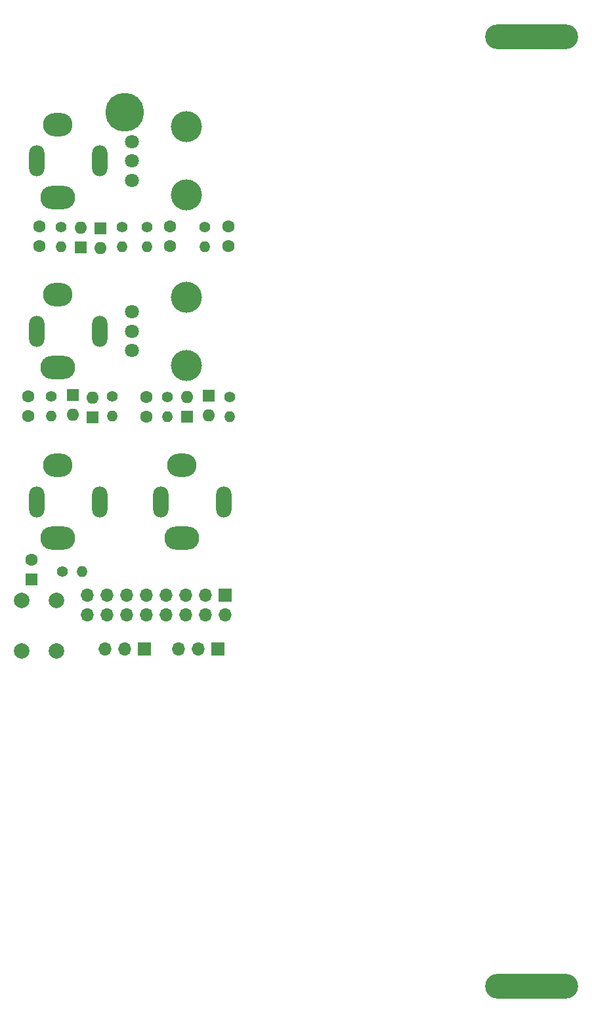
<source format=gts>
%TF.GenerationSoftware,KiCad,Pcbnew,(6.0.1)*%
%TF.CreationDate,2022-09-30T20:28:54-04:00*%
%TF.ProjectId,SYNTH-VCO_CTL-03,53594e54-482d-4564-934f-5f43544c2d30,1*%
%TF.SameCoordinates,Original*%
%TF.FileFunction,Soldermask,Top*%
%TF.FilePolarity,Negative*%
%FSLAX46Y46*%
G04 Gerber Fmt 4.6, Leading zero omitted, Abs format (unit mm)*
G04 Created by KiCad (PCBNEW (6.0.1)) date 2022-09-30 20:28:54*
%MOMM*%
%LPD*%
G01*
G04 APERTURE LIST*
%ADD10C,1.400000*%
%ADD11O,1.400000X1.400000*%
%ADD12R,1.600000X1.600000*%
%ADD13O,1.600000X1.600000*%
%ADD14R,1.700000X1.700000*%
%ADD15O,1.700000X1.700000*%
%ADD16C,1.600000*%
%ADD17C,5.000000*%
%ADD18O,12.000000X3.200000*%
%ADD19C,4.000000*%
%ADD20C,1.800000*%
%ADD21C,2.000000*%
%ADD22O,4.500000X3.000000*%
%ADD23O,3.800000X3.000000*%
%ADD24O,2.000000X4.000000*%
G04 APERTURE END LIST*
D10*
%TO.C,R7*%
X148734000Y-96600000D03*
D11*
X148734000Y-99140000D03*
%TD*%
D12*
%TO.C,D5*%
X132049000Y-74810001D03*
D13*
X132049000Y-77350001D03*
%TD*%
D12*
%TO.C,D8*%
X128489000Y-96314315D03*
D13*
X128489000Y-98854315D03*
%TD*%
D14*
%TO.C,SW2*%
X137679000Y-129100000D03*
D15*
X135139000Y-129100000D03*
X132599000Y-129100000D03*
%TD*%
D12*
%TO.C,D6*%
X129509000Y-77275686D03*
D13*
X129509000Y-74735686D03*
%TD*%
D10*
%TO.C,R13*%
X133569000Y-96520000D03*
D11*
X133569000Y-99060000D03*
%TD*%
D10*
%TO.C,R12*%
X145509000Y-74630000D03*
D11*
X145509000Y-77170000D03*
%TD*%
D16*
%TO.C,C4*%
X137939000Y-99100000D03*
X137939000Y-96600000D03*
%TD*%
%TO.C,C5*%
X124154000Y-77100000D03*
X124154000Y-74600000D03*
%TD*%
D14*
%TO.C,SW4*%
X147154000Y-129100000D03*
D15*
X144614000Y-129100000D03*
X142074000Y-129100000D03*
%TD*%
D12*
%TO.C,D4*%
X143240000Y-99090000D03*
D13*
X143240000Y-96550000D03*
%TD*%
D10*
%TO.C,R8*%
X140700000Y-96600000D03*
D11*
X140700000Y-99140000D03*
%TD*%
D10*
%TO.C,R9*%
X134843000Y-74630000D03*
D11*
X134843000Y-77170000D03*
%TD*%
D16*
%TO.C,C7*%
X122699000Y-98990000D03*
X122699000Y-96490000D03*
%TD*%
D17*
%TO.C,MTG1*%
X135154000Y-59850000D03*
%TD*%
D12*
%TO.C,D7*%
X131029000Y-99165686D03*
D13*
X131029000Y-96625686D03*
%TD*%
D10*
%TO.C,R1*%
X127154000Y-119100000D03*
D11*
X129694000Y-119100000D03*
%TD*%
D18*
%TO.C,*%
X187654000Y-172600000D03*
%TD*%
D12*
%TO.C,D3*%
X146034000Y-96394315D03*
D13*
X146034000Y-98934315D03*
%TD*%
D14*
%TO.C,J5*%
X148154000Y-122100000D03*
D15*
X148154000Y-124640000D03*
X145614000Y-122100000D03*
X145614000Y-124640000D03*
X143074000Y-122100000D03*
X143074000Y-124640000D03*
X140534000Y-122100000D03*
X140534000Y-124640000D03*
X137994000Y-122100000D03*
X137994000Y-124640000D03*
X135454000Y-122100000D03*
X135454000Y-124640000D03*
X132914000Y-122100000D03*
X132914000Y-124640000D03*
X130374000Y-122100000D03*
X130374000Y-124640000D03*
%TD*%
D10*
%TO.C,R11*%
X138009000Y-74630000D03*
D11*
X138009000Y-77170000D03*
%TD*%
D10*
%TO.C,R14*%
X125694000Y-96520000D03*
D11*
X125694000Y-99060000D03*
%TD*%
D16*
%TO.C,C8*%
X148509000Y-77100000D03*
X148509000Y-74600000D03*
%TD*%
D12*
%TO.C,C1*%
X123154000Y-120100000D03*
D16*
X123154000Y-117600000D03*
%TD*%
D18*
%TO.C,*%
X187654000Y-50100000D03*
%TD*%
D10*
%TO.C,R10*%
X126969000Y-74630000D03*
D11*
X126969000Y-77170000D03*
%TD*%
D16*
%TO.C,C6*%
X141009000Y-77100000D03*
X141009000Y-74600000D03*
%TD*%
D19*
%TO.C,RV2*%
X143104000Y-61700000D03*
X143104000Y-70500000D03*
D20*
X136104000Y-63600000D03*
X136104000Y-66100000D03*
X136104000Y-68600000D03*
%TD*%
D21*
%TO.C,SW1*%
X121904000Y-122850000D03*
X121904000Y-129350000D03*
X126404000Y-122850000D03*
X126404000Y-129350000D03*
%TD*%
D22*
%TO.C,J4*%
X126554000Y-92800000D03*
D23*
X126554000Y-83400000D03*
D24*
X131954000Y-88100000D03*
X123854000Y-88100000D03*
%TD*%
D19*
%TO.C,RV1*%
X143104000Y-83700000D03*
X143104000Y-92500000D03*
D20*
X136104000Y-85600000D03*
X136104000Y-88100000D03*
X136104000Y-90600000D03*
%TD*%
D23*
%TO.C,J1*%
X142554000Y-105400000D03*
D22*
X142554000Y-114800000D03*
D24*
X147954000Y-110100000D03*
X139854000Y-110100000D03*
%TD*%
D23*
%TO.C,J3*%
X126554000Y-61400000D03*
D22*
X126554000Y-70800000D03*
D24*
X131954000Y-66100000D03*
X123854000Y-66100000D03*
%TD*%
D23*
%TO.C,J2*%
X126554000Y-105400000D03*
D22*
X126554000Y-114800000D03*
D24*
X131954000Y-110100000D03*
X123854000Y-110100000D03*
%TD*%
M02*

</source>
